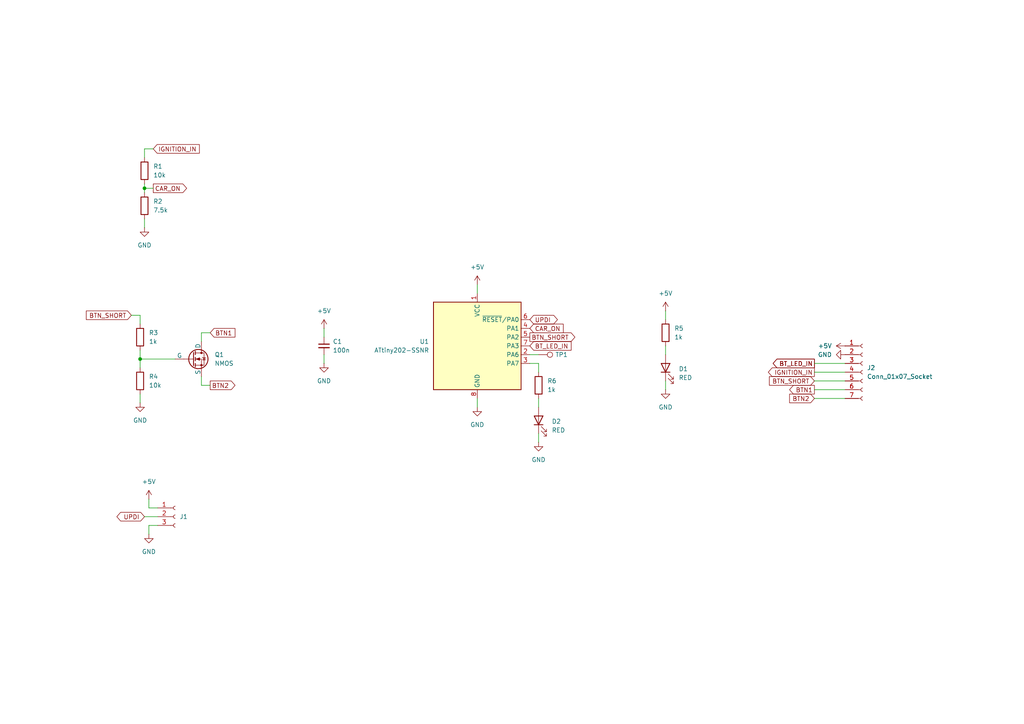
<source format=kicad_sch>
(kicad_sch (version 20250114) (generator "eeschema") (generator_version "9.0")
  (paper "A4")
  (lib_symbols
    (symbol "Connector:Conn_01x03_Socket" (pin_names (offset 1.016) (hide yes))
      (property "Reference" "J" (at 0 5.08 0))
      (property "Value" "Conn_01x03_Socket" (at 0 -5.08 0))
      (symbol "Conn_01x03_Socket_1_1"
        (polyline (pts (xy -1.27 2.54) (xy -0.508 2.54)) (stroke (width 0.1524)))
        (polyline (pts (xy -1.27 0) (xy -0.508 0)) (stroke (width 0.1524)))
        (polyline (pts (xy -1.27 -2.54) (xy -0.508 -2.54)) (stroke (width 0.1524)))
        (arc (start 0 2.032) (mid -0.5058 2.54) (end 0 3.048) (stroke (width 0.1524)))
        (arc (start 0 -0.508) (mid -0.5058 0) (end 0 0.508) (stroke (width 0.1524)))
        (arc (start 0 -3.048) (mid -0.5058 -2.54) (end 0 -2.032) (stroke (width 0.1524)))
        (pin passive line (at -5.08 2.54 0) (length 3.81) (name "Pin_1") (number "1"))
        (pin passive line (at -5.08 0 0) (length 3.81) (name "Pin_2") (number "2"))
        (pin passive line (at -5.08 -2.54 0) (length 3.81) (name "Pin_3") (number "3"))
      )
    )
    (symbol "Connector:Conn_01x07_Socket" (pin_names (offset 1.016) (hide yes))
      (property "Reference" "J" (at 0 10.16 0))
      (property "Value" "Conn_01x07_Socket" (at 0 -10.16 0))
      (symbol "Conn_01x07_Socket_1_1"
        (polyline (pts (xy -1.27 7.62) (xy -0.508 7.62)) (stroke (width 0.1524)))
        (polyline (pts (xy -1.27 5.08) (xy -0.508 5.08)) (stroke (width 0.1524)))
        (polyline (pts (xy -1.27 2.54) (xy -0.508 2.54)) (stroke (width 0.1524)))
        (polyline (pts (xy -1.27 0) (xy -0.508 0)) (stroke (width 0.1524)))
        (polyline (pts (xy -1.27 -2.54) (xy -0.508 -2.54)) (stroke (width 0.1524)))
        (polyline (pts (xy -1.27 -5.08) (xy -0.508 -5.08)) (stroke (width 0.1524)))
        (polyline (pts (xy -1.27 -7.62) (xy -0.508 -7.62)) (stroke (width 0.1524)))
        (arc (start 0 7.112) (mid -0.5058 7.62) (end 0 8.128) (stroke (width 0.1524)))
        (arc (start 0 4.572) (mid -0.5058 5.08) (end 0 5.588) (stroke (width 0.1524)))
        (arc (start 0 2.032) (mid -0.5058 2.54) (end 0 3.048) (stroke (width 0.1524)))
        (arc (start 0 -0.508) (mid -0.5058 0) (end 0 0.508) (stroke (width 0.1524)))
        (arc (start 0 -3.048) (mid -0.5058 -2.54) (end 0 -2.032) (stroke (width 0.1524)))
        (arc (start 0 -5.588) (mid -0.5058 -5.08) (end 0 -4.572) (stroke (width 0.1524)))
        (arc (start 0 -8.128) (mid -0.5058 -7.62) (end 0 -7.112) (stroke (width 0.1524)))
        (pin passive line (at -5.08 7.62 0) (length 3.81) (name "Pin_1") (number "1"))
        (pin passive line (at -5.08 5.08 0) (length 3.81) (name "Pin_2") (number "2"))
        (pin passive line (at -5.08 2.54 0) (length 3.81) (name "Pin_3") (number "3"))
        (pin passive line (at -5.08 0 0) (length 3.81) (name "Pin_4") (number "4"))
        (pin passive line (at -5.08 -2.54 0) (length 3.81) (name "Pin_5") (number "5"))
        (pin passive line (at -5.08 -5.08 0) (length 3.81) (name "Pin_6") (number "6"))
        (pin passive line (at -5.08 -7.62 0) (length 3.81) (name "Pin_7") (number "7"))
      )
    )
    (symbol "Connector:TestPoint" (pin_numbers (hide yes)) (pin_names (offset 0.762) (hide yes))
      (property "Reference" "TP" (at 0 6.858 0))
      (property "Value" "TestPoint" (at 0 5.08 0))
      (symbol "TestPoint_0_1"
        (circle (center 0 3.302) (radius 0.762))
      )
      (symbol "TestPoint_1_1"
        (pin passive line (at 0 0 90) (length 2.54) (name "1") (number "1"))
      )
    )
    (symbol "Device:C_Small" (pin_numbers (hide yes)) (pin_names (offset 0.254) (hide yes))
      (property "Reference" "C" (at 0.254 1.778 0))
      (property "Value" "C_Small" (at 0.254 -2.032 0))
      (symbol "C_Small_0_1"
        (polyline (pts (xy -1.524 0.508) (xy 1.524 0.508)) (stroke (width 0.3048)))
        (polyline (pts (xy -1.524 -0.508) (xy 1.524 -0.508)) (stroke (width 0.3302)))
      )
      (symbol "C_Small_1_1"
        (pin passive line (at 0 2.54 270) (length 2.032) (name "~") (number "1"))
        (pin passive line (at 0 -2.54 90) (length 2.032) (name "~") (number "2"))
      )
    )
    (symbol "Device:LED" (pin_numbers (hide yes)) (pin_names (offset 1.016) (hide yes))
      (property "Reference" "D" (at 0 2.54 0))
      (property "Value" "LED" (at 0 -2.54 0))
      (symbol "LED_0_1"
        (polyline (pts (xy -3.048 -0.762) (xy -4.572 -2.286) (xy -3.81 -2.286) (xy -4.572 -2.286) (xy -4.572 -1.524)))
        (polyline (pts (xy -1.778 -0.762) (xy -3.302 -2.286) (xy -2.54 -2.286) (xy -3.302 -2.286) (xy -3.302 -1.524)))
        (polyline (pts (xy -1.27 0) (xy 1.27 0)))
        (polyline (pts (xy -1.27 -1.27) (xy -1.27 1.27)) (stroke (width 0.254)))
        (polyline (pts (xy 1.27 -1.27) (xy 1.27 1.27) (xy -1.27 0) (xy 1.27 -1.27)) (stroke (width 0.254)))
      )
      (symbol "LED_1_1"
        (pin passive line (at -3.81 0 0) (length 2.54) (name "K") (number "1"))
        (pin passive line (at 3.81 0 180) (length 2.54) (name "A") (number "2"))
      )
    )
    (symbol "Device:R" (pin_numbers (hide yes)) (pin_names (offset 0))
      (property "Reference" "R" (at 2.032 0 90))
      (property "Value" "R" (at 0 0 90))
      (symbol "R_0_1"
        (rectangle (start -1.016 -2.54) (end 1.016 2.54) (stroke (width 0.254)))
      )
      (symbol "R_1_1"
        (pin passive line (at 0 3.81 270) (length 1.27) (name "~") (number "1"))
        (pin passive line (at 0 -3.81 90) (length 1.27) (name "~") (number "2"))
      )
    )
    (symbol "MCU_Microchip_ATtiny:ATtiny202-SS"
      (property "Reference" "U" (at -12.7 13.97 0))
      (property "Value" "ATtiny202-SS" (at 2.54 -13.97 0))
      (symbol "ATtiny202-SS_0_1"
        (rectangle (start -12.7 -12.7) (end 12.7 12.7) (stroke (width 0.254)) (fill (type background)))
      )
      (symbol "ATtiny202-SS_1_1"
        (pin power_in line (at 0 15.24 270) (length 2.54) (name "VCC") (number "1"))
        (pin power_in line (at 0 -15.24 90) (length 2.54) (name "GND") (number "8"))
        (pin bidirectional line (at 15.24 7.62 180) (length 2.54) (name "~{RESET}/PA0") (number "6"))
        (pin bidirectional line (at 15.24 5.08 180) (length 2.54) (name "PA1") (number "4"))
        (pin bidirectional line (at 15.24 2.54 180) (length 2.54) (name "PA2") (number "5"))
        (pin bidirectional line (at 15.24 0 180) (length 2.54) (name "PA3") (number "7"))
        (pin bidirectional line (at 15.24 -2.54 180) (length 2.54) (name "PA6") (number "2"))
        (pin bidirectional line (at 15.24 -5.08 180) (length 2.54) (name "PA7") (number "3"))
      )
    )
    (symbol "Simulation_SPICE:NMOS" (pin_numbers (hide yes)) (pin_names (offset 0))
      (property "Reference" "Q" (at 5.08 1.27 0))
      (property "Value" "NMOS" (at 5.08 -1.27 0))
      (symbol "NMOS_0_1"
        (polyline (pts (xy 0.254 1.905) (xy 0.254 -1.905)) (stroke (width 0.254)))
        (polyline (pts (xy 0.254 0) (xy -2.54 0)))
        (polyline (pts (xy 0.762 2.286) (xy 0.762 1.27)) (stroke (width 0.254)))
        (polyline (pts (xy 0.762 0.508) (xy 0.762 -0.508)) (stroke (width 0.254)))
        (polyline (pts (xy 0.762 -1.27) (xy 0.762 -2.286)) (stroke (width 0.254)))
        (polyline (pts (xy 0.762 -1.778) (xy 3.302 -1.778) (xy 3.302 1.778) (xy 0.762 1.778)))
        (polyline (pts (xy 1.016 0) (xy 2.032 0.381) (xy 2.032 -0.381) (xy 1.016 0)) (fill (type outline)))
        (circle (center 1.651 0) (radius 2.794) (stroke (width 0.254)))
        (polyline (pts (xy 2.54 2.54) (xy 2.54 1.778)))
        (circle (center 2.54 1.778) (radius 0.254) (fill (type outline)))
        (circle (center 2.54 -1.778) (radius 0.254) (fill (type outline)))
        (polyline (pts (xy 2.54 -2.54) (xy 2.54 0) (xy 0.762 0)))
        (polyline (pts (xy 2.794 0.508) (xy 2.921 0.381) (xy 3.683 0.381) (xy 3.81 0.254)))
        (polyline (pts (xy 3.302 0.381) (xy 2.921 -0.254) (xy 3.683 -0.254) (xy 3.302 0.381)))
      )
      (symbol "NMOS_1_1"
        (pin input line (at -5.08 0 0) (length 2.54) (name "G") (number "2"))
        (pin passive line (at 2.54 5.08 270) (length 2.54) (name "D") (number "1"))
        (pin passive line (at 2.54 -5.08 90) (length 2.54) (name "S") (number "3"))
      )
    )
    (symbol "power:+5V" (power) (pin_numbers (hide yes)) (pin_names (offset 0) (hide yes))
      (property "Value" "+5V" (at 0 3.556 0))
      (symbol "+5V_0_1"
        (polyline (pts (xy -0.762 1.27) (xy 0 2.54)))
        (polyline (pts (xy 0 2.54) (xy 0.762 1.27)))
        (polyline (pts (xy 0 0) (xy 0 2.54)))
      )
      (symbol "+5V_1_1"
        (pin power_in line (at 0 0 90) (length 0) (name "~") (number "1"))
      )
    )
    (symbol "power:GND" (power) (pin_numbers (hide yes)) (pin_names (offset 0) (hide yes))
      (property "Value" "GND" (at 0 -3.81 0))
      (symbol "GND_0_1"
        (polyline (pts (xy 0 0) (xy 0 -1.27) (xy 1.27 -1.27) (xy 0 -2.54) (xy -1.27 -1.27) (xy 0 -1.27)))
      )
      (symbol "GND_1_1"
        (pin power_in line (at 0 0 270) (length 0) (name "~") (number "1"))
      )
    )
  )
  (junction (at 40.64 104.14))
  (junction (at 41.91 54.61))
  (wire (pts (xy 41.91 54.61) (xy 41.91 55.88)))
  (wire (pts (xy 43.18 147.32) (xy 43.18 144.78)))
  (wire (pts (xy 41.91 53.34) (xy 41.91 54.61)))
  (wire (pts (xy 156.21 115.57) (xy 156.21 118.11)))
  (wire (pts (xy 41.91 54.61) (xy 44.45 54.61)))
  (wire (pts (xy 58.42 109.22) (xy 58.42 111.76)))
  (wire (pts (xy 38.1 91.44) (xy 40.64 91.44)))
  (wire (pts (xy 236.22 107.95) (xy 245.11 107.95)))
  (wire (pts (xy 236.22 115.57) (xy 245.11 115.57)))
  (wire (pts (xy 236.22 113.03) (xy 245.11 113.03)))
  (wire (pts (xy 138.43 115.57) (xy 138.43 118.11)))
  (wire (pts (xy 236.22 105.41) (xy 245.11 105.41)))
  (wire (pts (xy 41.91 43.18) (xy 41.91 45.72)))
  (wire (pts (xy 40.64 104.14) (xy 50.8 104.14)))
  (wire (pts (xy 236.22 110.49) (xy 245.11 110.49)))
  (wire (pts (xy 156.21 102.87) (xy 153.67 102.87)))
  (wire (pts (xy 40.64 91.44) (xy 40.64 93.98)))
  (wire (pts (xy 40.64 104.14) (xy 40.64 106.68)))
  (wire (pts (xy 40.64 101.6) (xy 40.64 104.14)))
  (wire (pts (xy 156.21 105.41) (xy 156.21 107.95)))
  (wire (pts (xy 41.91 63.5) (xy 41.91 66.04)))
  (wire (pts (xy 41.91 43.18) (xy 44.45 43.18)))
  (wire (pts (xy 45.72 147.32) (xy 43.18 147.32)))
  (wire (pts (xy 153.67 105.41) (xy 156.21 105.41)))
  (wire (pts (xy 93.98 95.25) (xy 93.98 97.79)))
  (wire (pts (xy 58.42 111.76) (xy 60.96 111.76)))
  (wire (pts (xy 93.98 102.87) (xy 93.98 105.41)))
  (wire (pts (xy 60.96 96.52) (xy 58.42 96.52)))
  (wire (pts (xy 43.18 152.4) (xy 43.18 154.94)))
  (wire (pts (xy 45.72 152.4) (xy 43.18 152.4)))
  (wire (pts (xy 40.64 114.3) (xy 40.64 116.84)))
  (wire (pts (xy 193.04 100.33) (xy 193.04 102.87)))
  (wire (pts (xy 193.04 90.17) (xy 193.04 92.71)))
  (wire (pts (xy 156.21 125.73) (xy 156.21 128.27)))
  (wire (pts (xy 138.43 82.55) (xy 138.43 85.09)))
  (wire (pts (xy 193.04 110.49) (xy 193.04 113.03)))
  (wire (pts (xy 41.91 149.86) (xy 45.72 149.86)))
  (wire (pts (xy 58.42 96.52) (xy 58.42 99.06)))
  (global_label "BTN2" (shape output) (at 60.96 111.76 0) (property "Intersheetrefs" "${INTERSHEET_REFS}" (effects (hide yes))))
  (global_label "IGNITION_IN" (shape output) (at 236.22 107.95 180) (property "Intersheetrefs" "${INTERSHEET_REFS}" (effects (hide yes))))
  (global_label "BTN_SHORT" (shape input) (at 38.1 91.44 180) (property "Intersheetrefs" "${INTERSHEET_REFS}" (effects (hide yes))))
  (global_label "BTN1" (shape input) (at 60.96 96.52 0) (property "Intersheetrefs" "${INTERSHEET_REFS}" (effects (hide yes))))
  (global_label "UPDI" (shape bidirectional) (at 153.67 92.71 0) (property "Intersheetrefs" "${INTERSHEET_REFS}" (effects (hide yes))))
  (global_label "BT_LED_IN" (shape input) (at 153.67 100.33 0) (property "Intersheetrefs" "${INTERSHEET_REFS}" (effects (hide yes))))
  (global_label "BTN_SHORT" (shape output) (at 153.67 97.79 0) (property "Intersheetrefs" "${INTERSHEET_REFS}" (effects (hide yes))))
  (global_label "CAR_ON" (shape output) (at 44.45 54.61 0) (property "Intersheetrefs" "${INTERSHEET_REFS}" (effects (hide yes))))
  (global_label "BTN2" (shape input) (at 236.22 115.57 180) (property "Intersheetrefs" "${INTERSHEET_REFS}" (effects (hide yes))))
  (global_label "CAR_ON" (shape input) (at 153.67 95.25 0) (property "Intersheetrefs" "${INTERSHEET_REFS}" (effects (hide yes))))
  (global_label "IGNITION_IN" (shape input) (at 44.45 43.18 0) (property "Intersheetrefs" "${INTERSHEET_REFS}" (effects (hide yes))))
  (global_label "BT_LED_IN" (shape output) (at 236.22 105.41 180) (property "Intersheetrefs" "${INTERSHEET_REFS}" (effects (hide yes))))
  (global_label "BTN1" (shape output) (at 236.22 113.03 180) (property "Intersheetrefs" "${INTERSHEET_REFS}" (effects (hide yes))))
  (global_label "UPDI" (shape bidirectional) (at 41.91 149.86 180) (property "Intersheetrefs" "${INTERSHEET_REFS}" (effects (hide yes))))
  (global_label "BTN_SHORT" (shape input) (at 236.22 110.49 180) (property "Intersheetrefs" "${INTERSHEET_REFS}" (effects (hide yes))))
  (global_label "BT_LED_IN" (shape output) (at 236.22 105.41 180) (property "Intersheetrefs" "${INTERSHEET_REFS}" (effects (hide yes))))
  (symbol (lib_id "Simulation_SPICE:NMOS") (at 55.88 104.14 0) (unit 1)
    (property "Reference" "Q1" (at 62.23 102.8699 0) (effects (justify left)))
    (property "Value" "NMOS" (at 62.23 105.4099 0) (effects (justify left)))
    (property "Footprint" "Package_TO_SOT_SMD:SOT-23" (effects (hide yes)))
    (property "Datasheet" "https://ngspice.sourceforge.io/docs/ngspice-html-manual/manual.xhtml#cha_MOSFETs" (effects (hide yes)))
    (property "Description" "N-MOSFET transistor, drain/source/gate" (effects (hide yes)))
    (property "Sim.Device" "NMOS" (effects (hide yes)))
    (property "Sim.Type" "VDMOS" (effects (hide yes)))
    (property "Sim.Pins" "1=D 2=G 3=S" (effects (hide yes)))
  )
  (symbol (lib_id "power:+5V") (at 43.18 144.78 0) (unit 1)
    (property "Reference" "#PWR05" (effects (hide yes)))
    (property "Value" "+5V" (at 43.18 139.7 0))
    (property "Description" "Power symbol creates a global label with name \"+5V\"" (effects (hide yes)))
  )
  (symbol (lib_id "Connector:Conn_01x03_Socket") (at 50.8 149.86 0) (unit 1)
    (property "Reference" "J1" (at 52.07 149.86 0) (effects (justify left)))
    (property "Value" "UPDI" (effects (hide yes)))
    (property "Footprint" "Connector_PinHeader_1.27mm:PinHeader_1x03_P1.27mm_Vertical" (effects (hide yes)))
    (property "Description" "Generic connector, single row, 01x03, script generated" (effects (hide yes)))
  )
  (symbol (lib_id "Connector:Conn_01x07_Socket") (at 250.19 107.95 0) (unit 1)
    (property "Reference" "J2" (at 251.46 106.6799 0) (effects (justify left)))
    (property "Value" "Conn_01x07_Socket" (at 251.46 109.2199 0) (effects (justify left)))
    (property "Footprint" "Connector_PinHeader_1.27mm:PinHeader_1x07_P1.27mm_Vertical" (effects (hide yes)))
    (property "Description" "Generic connector, single row, 01x07, script generated" (effects (hide yes)))
  )
  (symbol (lib_id "power:+5V") (at 193.04 90.17 0) (unit 1)
    (property "Reference" "#PWR010" (effects (hide yes)))
    (property "Value" "+5V" (at 193.04 85.09 0))
    (property "Description" "Power symbol creates a global label with name \"+5V\"" (effects (hide yes)))
  )
  (symbol (lib_id "Connector:TestPoint") (at 156.21 102.87 270) (unit 1)
    (property "Reference" "TP1" (at 161.036 102.87 90) (effects (justify left)))
    (property "Value" "TestPoint" (effects (hide yes)))
    (property "Footprint" "TestPoint:TestPoint_Pad_D1.0mm" (effects (hide yes)))
    (property "Description" "test point" (effects (hide yes)))
  )
  (symbol (lib_id "power:GND") (at 93.98 105.41 0) (unit 1)
    (property "Reference" "#PWR04" (effects (hide yes)))
    (property "Value" "GND" (at 93.98 110.49 0))
    (property "Description" "Power symbol creates a global label with name \"GND\" , ground" (effects (hide yes)))
  )
  (symbol (lib_id "Device:R") (at 156.21 111.76 0) (unit 1)
    (property "Reference" "R6" (at 158.75 110.4899 0) (effects (justify left)))
    (property "Value" "1k" (at 158.75 113.0299 0) (effects (justify left)))
    (property "Footprint" "Resistor_SMD:R_0603_1608Metric" (effects (hide yes)))
    (property "Description" "Resistor" (effects (hide yes)))
  )
  (symbol (lib_id "power:+5V") (at 138.43 82.55 0) (unit 1)
    (property "Reference" "#PWR01" (effects (hide yes)))
    (property "Value" "+5V" (at 138.43 77.47 0))
    (property "Description" "Power symbol creates a global label with name \"+5V\"" (effects (hide yes)))
  )
  (symbol (lib_id "power:+5V") (at 245.11 100.33 90) (unit 1)
    (property "Reference" "#PWR012" (effects (hide yes)))
    (property "Value" "+5V" (at 241.3 100.3299 90) (effects (justify left)))
    (property "Description" "Power symbol creates a global label with name \"+5V\"" (effects (hide yes)))
  )
  (symbol (lib_id "power:GND") (at 41.91 66.04 0) (unit 1)
    (property "Reference" "#PWR07" (effects (hide yes)))
    (property "Value" "GND" (at 41.91 71.12 0))
    (property "Description" "Power symbol creates a global label with name \"GND\" , ground" (effects (hide yes)))
  )
  (symbol (lib_id "power:GND") (at 156.21 128.27 0) (unit 1)
    (property "Reference" "#PWR011" (effects (hide yes)))
    (property "Value" "GND" (at 156.21 133.35 0))
    (property "Description" "Power symbol creates a global label with name \"GND\" , ground" (effects (hide yes)))
  )
  (symbol (lib_id "Device:LED") (at 193.04 106.68 90) (unit 1)
    (property "Reference" "D1" (at 196.85 106.9974 90) (effects (justify right)))
    (property "Value" "RED" (at 196.85 109.5374 90) (effects (justify right)))
    (property "Footprint" "LED_SMD:LED_0603_1608Metric" (effects (hide yes)))
    (property "Description" "Light emitting diode" (effects (hide yes)))
    (property "Sim.Pins" "1=K 2=A" (effects (hide yes)))
  )
  (symbol (lib_id "Device:R") (at 40.64 110.49 0) (unit 1)
    (property "Reference" "R4" (at 43.18 109.2199 0) (effects (justify left)))
    (property "Value" "10k" (at 43.18 111.7599 0) (effects (justify left)))
    (property "Footprint" "Resistor_SMD:R_0603_1608Metric" (effects (hide yes)))
    (property "Description" "Resistor" (effects (hide yes)))
  )
  (symbol (lib_id "power:GND") (at 40.64 116.84 0) (unit 1)
    (property "Reference" "#PWR08" (effects (hide yes)))
    (property "Value" "GND" (at 40.64 121.92 0))
    (property "Description" "Power symbol creates a global label with name \"GND\" , ground" (effects (hide yes)))
  )
  (symbol (lib_id "power:GND") (at 245.11 102.87 270) (unit 1)
    (property "Reference" "#PWR013" (effects (hide yes)))
    (property "Value" "GND" (at 241.3 102.8699 90) (effects (justify right)))
    (property "Description" "Power symbol creates a global label with name \"GND\" , ground" (effects (hide yes)))
  )
  (symbol (lib_id "power:GND") (at 193.04 113.03 0) (unit 1)
    (property "Reference" "#PWR09" (effects (hide yes)))
    (property "Value" "GND" (at 193.04 118.11 0))
    (property "Description" "Power symbol creates a global label with name \"GND\" , ground" (effects (hide yes)))
  )
  (symbol (lib_id "MCU_Microchip_ATtiny:ATtiny202-SS") (at 138.43 100.33 0) (unit 1)
    (property "Reference" "U1" (at 124.46 99.0599 0) (effects (justify right)))
    (property "Value" "ATtiny202-SSNR" (at 124.46 101.5999 0) (effects (justify right)))
    (property "Footprint" "Package_SO:SOIC-8_3.9x4.9mm_P1.27mm" (effects (hide yes)))
    (property "Datasheet" "http://ww1.microchip.com/downloads/en/DeviceDoc/ATtiny202-402-AVR-MCU-with-Core-Independent-Peripherals_and-picoPower-40001969A.pdf" (effects (hide yes)))
    (property "Description" "20MHz, 2kB Flash, 128B SRAM, 64B EEPROM, SOIC-8" (effects (hide yes)))
  )
  (symbol (lib_id "Device:R") (at 40.64 97.79 0) (unit 1)
    (property "Reference" "R3" (at 43.18 96.5199 0) (effects (justify left)))
    (property "Value" "1k" (at 43.18 99.0599 0) (effects (justify left)))
    (property "Footprint" "Resistor_SMD:R_0603_1608Metric" (effects (hide yes)))
    (property "Description" "Resistor" (effects (hide yes)))
  )
  (symbol (lib_id "Device:LED") (at 156.21 121.92 90) (unit 1)
    (property "Reference" "D2" (at 160.02 122.2374 90) (effects (justify right)))
    (property "Value" "RED" (at 160.02 124.7774 90) (effects (justify right)))
    (property "Footprint" "LED_SMD:LED_0603_1608Metric" (effects (hide yes)))
    (property "Description" "Light emitting diode" (effects (hide yes)))
    (property "Sim.Pins" "1=K 2=A" (effects (hide yes)))
  )
  (symbol (lib_id "Device:R") (at 41.91 59.69 0) (unit 1)
    (property "Reference" "R2" (at 44.45 58.4199 0) (effects (justify left)))
    (property "Value" "7.5k" (at 44.45 60.9599 0) (effects (justify left)))
    (property "Footprint" "Resistor_SMD:R_0603_1608Metric" (effects (hide yes)))
    (property "Description" "Resistor" (effects (hide yes)))
  )
  (symbol (lib_id "Device:R") (at 193.04 96.52 0) (unit 1)
    (property "Reference" "R5" (at 195.58 95.2499 0) (effects (justify left)))
    (property "Value" "1k" (at 195.58 97.7899 0) (effects (justify left)))
    (property "Footprint" "Resistor_SMD:R_0603_1608Metric" (effects (hide yes)))
    (property "Description" "Resistor" (effects (hide yes)))
  )
  (symbol (lib_id "power:GND") (at 138.43 118.11 0) (unit 1)
    (property "Reference" "#PWR02" (effects (hide yes)))
    (property "Value" "GND" (at 138.43 123.19 0))
    (property "Description" "Power symbol creates a global label with name \"GND\" , ground" (effects (hide yes)))
  )
  (symbol (lib_id "power:GND") (at 43.18 154.94 0) (unit 1)
    (property "Reference" "#PWR06" (effects (hide yes)))
    (property "Value" "GND" (at 43.18 160.02 0))
    (property "Description" "Power symbol creates a global label with name \"GND\" , ground" (effects (hide yes)))
  )
  (symbol (lib_id "Device:R") (at 41.91 49.53 0) (unit 1)
    (property "Reference" "R1" (at 44.45 48.2599 0) (effects (justify left)))
    (property "Value" "10k" (at 44.45 50.7999 0) (effects (justify left)))
    (property "Footprint" "Resistor_SMD:R_0603_1608Metric" (effects (hide yes)))
    (property "Description" "Resistor" (effects (hide yes)))
  )
  (symbol (lib_id "Device:C_Small") (at 93.98 100.33 0) (unit 1)
    (property "Reference" "C1" (at 96.52 99.0662 0) (effects (justify left)))
    (property "Value" "100n" (at 96.52 101.6062 0) (effects (justify left)))
    (property "Footprint" "Capacitor_SMD:C_0603_1608Metric" (effects (hide yes)))
    (property "Description" "Unpolarized capacitor, small symbol" (effects (hide yes)))
  )
  (symbol (lib_id "power:+5V") (at 93.98 95.25 0) (unit 1)
    (property "Reference" "#PWR03" (effects (hide yes)))
    (property "Value" "+5V" (at 93.98 90.17 0))
    (property "Description" "Power symbol creates a global label with name \"+5V\"" (effects (hide yes)))
  )
)
</source>
